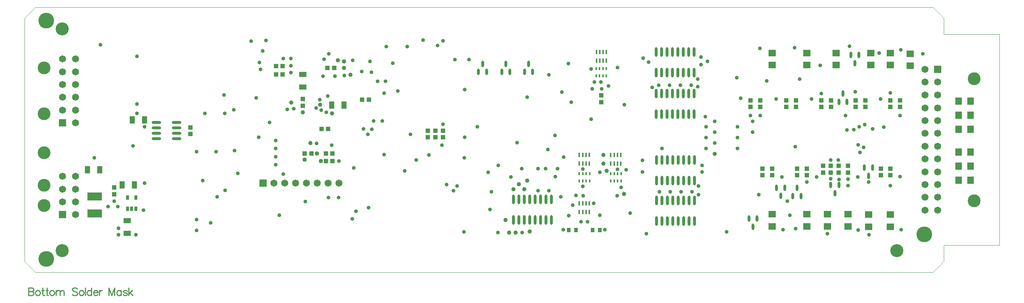
<source format=gbs>
%FSLAX23Y23*%
%MOIN*%
G70*
G01*
G75*
G04 Layer_Color=16711935*
%ADD10O,0.024X0.059*%
%ADD11O,0.018X0.067*%
%ADD12O,0.059X0.024*%
%ADD13R,0.071X0.051*%
%ADD14R,0.039X0.039*%
%ADD15R,0.039X0.035*%
%ADD16R,0.039X0.039*%
%ADD17R,0.080X0.050*%
%ADD18R,0.134X0.085*%
%ADD19R,0.041X0.085*%
%ADD20R,0.041X0.085*%
%ADD21R,0.106X0.071*%
%ADD22R,0.035X0.039*%
%ADD23O,0.024X0.087*%
%ADD24R,0.051X0.071*%
%ADD25R,0.047X0.047*%
%ADD26R,0.075X0.134*%
%ADD27O,0.024X0.087*%
%ADD28C,0.040*%
%ADD29R,0.016X0.049*%
%ADD30R,0.071X0.079*%
%ADD31R,0.079X0.031*%
%ADD32R,0.134X0.063*%
%ADD33R,0.026X0.041*%
%ADD34R,0.134X0.075*%
%ADD35R,0.091X0.091*%
%ADD36O,0.087X0.024*%
%ADD37O,0.087X0.024*%
%ADD38R,0.071X0.094*%
%ADD39R,0.084X0.052*%
%ADD40O,0.011X0.067*%
%ADD41O,0.067X0.011*%
%ADD42R,0.141X0.116*%
%ADD43O,0.012X0.047*%
%ADD44R,0.177X0.059*%
%ADD45C,0.008*%
%ADD46C,0.012*%
%ADD47C,0.010*%
%ADD48C,0.025*%
%ADD49C,0.020*%
%ADD50C,0.015*%
%ADD51C,0.012*%
%ADD52C,0.004*%
%ADD53C,0.004*%
%ADD54C,0.118*%
%ADD55C,0.125*%
%ADD56C,0.035*%
%ADD57C,0.118*%
%ADD58C,0.065*%
%ADD59R,0.065X0.065*%
%ADD60R,0.065X0.065*%
%ADD61C,0.039*%
%ADD62C,0.040*%
%ADD63C,0.158*%
%ADD64C,0.168*%
%ADD65C,0.056*%
%ADD66C,0.079*%
%ADD67C,0.079*%
%ADD68C,0.058*%
%ADD69C,0.060*%
%ADD70R,0.071X0.063*%
%ADD71R,0.063X0.071*%
%ADD72R,0.013X0.028*%
%ADD73R,0.018X0.040*%
%ADD74R,0.028X0.039*%
%ADD75C,0.039*%
%ADD76C,0.039*%
%ADD77C,0.010*%
%ADD78C,0.008*%
%ADD79C,0.024*%
%ADD80C,0.012*%
%ADD81C,0.020*%
%ADD82R,2.010X0.213*%
%ADD83R,0.560X0.250*%
%ADD84R,0.920X0.150*%
%ADD85C,0.008*%
%ADD86C,0.120*%
%ADD87C,0.145*%
D10*
X7585Y768D02*
D03*
X7622Y843D02*
D03*
X7547D02*
D03*
X6482Y373D02*
D03*
X6557D02*
D03*
X6520Y298D02*
D03*
X7237Y683D02*
D03*
X7312D02*
D03*
X7275Y608D02*
D03*
X6963Y582D02*
D03*
X6888D02*
D03*
X6925Y657D02*
D03*
X7388Y1452D02*
D03*
X7313D02*
D03*
X7350Y1527D02*
D03*
X7422Y1883D02*
D03*
X7497D02*
D03*
X7460Y1808D02*
D03*
X6775Y583D02*
D03*
X6812Y658D02*
D03*
X6737D02*
D03*
X4450Y1802D02*
D03*
X4413Y1727D02*
D03*
X4488D02*
D03*
X4240Y1802D02*
D03*
X4203Y1727D02*
D03*
X4278D02*
D03*
X4025Y1802D02*
D03*
X3988Y1727D02*
D03*
X4063D02*
D03*
D13*
X747Y239D02*
D03*
Y353D02*
D03*
X2367Y1589D02*
D03*
Y1703D02*
D03*
D14*
X5119Y1449D02*
D03*
Y1511D02*
D03*
X7465Y1466D02*
D03*
Y1404D02*
D03*
X7165Y799D02*
D03*
Y861D02*
D03*
X7555Y1466D02*
D03*
Y1404D02*
D03*
X7235Y799D02*
D03*
Y861D02*
D03*
X625Y599D02*
D03*
Y661D02*
D03*
X7310Y799D02*
D03*
Y861D02*
D03*
X6915Y1466D02*
D03*
Y1404D02*
D03*
X6585Y1466D02*
D03*
Y1404D02*
D03*
X6605Y774D02*
D03*
Y836D02*
D03*
X7875Y1466D02*
D03*
Y1404D02*
D03*
X7700Y774D02*
D03*
Y836D02*
D03*
X7240Y1466D02*
D03*
Y1404D02*
D03*
X7785Y774D02*
D03*
Y836D02*
D03*
X7785Y1466D02*
D03*
Y1404D02*
D03*
X6697Y774D02*
D03*
Y836D02*
D03*
X6495Y1466D02*
D03*
Y1404D02*
D03*
X6825Y1466D02*
D03*
Y1404D02*
D03*
X7395Y861D02*
D03*
Y799D02*
D03*
X2367Y1414D02*
D03*
Y1477D02*
D03*
X3660Y1124D02*
D03*
Y1186D02*
D03*
X3590Y1124D02*
D03*
Y1186D02*
D03*
X3520Y1186D02*
D03*
Y1124D02*
D03*
X7015Y836D02*
D03*
Y774D02*
D03*
X7150Y1404D02*
D03*
Y1466D02*
D03*
X6925Y836D02*
D03*
Y774D02*
D03*
X1330Y1154D02*
D03*
Y1216D02*
D03*
D16*
X2181Y1780D02*
D03*
X2119D02*
D03*
X2181Y1705D02*
D03*
X2119D02*
D03*
X2579Y975D02*
D03*
X2641D02*
D03*
X2384D02*
D03*
X2446D02*
D03*
X2641Y905D02*
D03*
X2579D02*
D03*
X2594Y1765D02*
D03*
X2656D02*
D03*
X2914Y1470D02*
D03*
X2976D02*
D03*
X2601Y1200D02*
D03*
X2539D02*
D03*
D22*
X5040Y267D02*
D03*
X5107D02*
D03*
X4821Y267D02*
D03*
X4888D02*
D03*
D23*
X5625Y1338D02*
D03*
X5675D02*
D03*
X5725D02*
D03*
X5775D02*
D03*
X5975Y1527D02*
D03*
X5925D02*
D03*
X5875D02*
D03*
X5825D02*
D03*
X5775D02*
D03*
X5725D02*
D03*
X5675D02*
D03*
X5625D02*
D03*
X5625Y1910D02*
D03*
X5675D02*
D03*
X5725D02*
D03*
X5775D02*
D03*
X5825D02*
D03*
X5875D02*
D03*
X5925D02*
D03*
X5975D02*
D03*
Y1721D02*
D03*
X5925D02*
D03*
X5875D02*
D03*
X5825D02*
D03*
X5775D02*
D03*
X5725D02*
D03*
X5675D02*
D03*
X5625D02*
D03*
X5975Y1338D02*
D03*
X5925D02*
D03*
X5875D02*
D03*
X5825D02*
D03*
X5630Y351D02*
D03*
X5680D02*
D03*
X5730D02*
D03*
X5780D02*
D03*
X5980Y540D02*
D03*
X5930D02*
D03*
X5880D02*
D03*
X5830D02*
D03*
X5780D02*
D03*
X5730D02*
D03*
X5680D02*
D03*
X5630D02*
D03*
Y915D02*
D03*
X5680D02*
D03*
X5730D02*
D03*
X5780D02*
D03*
X5830D02*
D03*
X5880D02*
D03*
X5930D02*
D03*
X5980D02*
D03*
Y726D02*
D03*
X5930D02*
D03*
X5880D02*
D03*
X5830D02*
D03*
X5780D02*
D03*
X5730D02*
D03*
X5680D02*
D03*
X5630D02*
D03*
X5980Y351D02*
D03*
X5930D02*
D03*
X5880D02*
D03*
X5830D02*
D03*
X4510Y361D02*
D03*
X4560D02*
D03*
X4610D02*
D03*
X4660D02*
D03*
X4310Y550D02*
D03*
X4360D02*
D03*
X4410D02*
D03*
X4460D02*
D03*
X4510D02*
D03*
X4560D02*
D03*
X4610D02*
D03*
X4660D02*
D03*
X4460Y361D02*
D03*
X4410D02*
D03*
X4360D02*
D03*
X4310D02*
D03*
D24*
X793Y1285D02*
D03*
X907D02*
D03*
X380Y826D02*
D03*
X494D02*
D03*
X2747Y1420D02*
D03*
X2633D02*
D03*
X814Y686D02*
D03*
X700D02*
D03*
D28*
X2745Y1826D02*
D03*
X2533Y905D02*
D03*
X2496Y976D02*
D03*
X2383Y919D02*
D03*
D34*
X445Y421D02*
D03*
Y579D02*
D03*
D36*
X1204Y1110D02*
D03*
Y1160D02*
D03*
Y1210D02*
D03*
Y1260D02*
D03*
X1015D02*
D03*
Y1210D02*
D03*
Y1160D02*
D03*
Y1110D02*
D03*
D47*
X-163Y-264D02*
Y-334D01*
Y-264D02*
X-133D01*
X-123Y-268D01*
X-120Y-271D01*
X-116Y-278D01*
Y-284D01*
X-120Y-291D01*
X-123Y-294D01*
X-133Y-298D01*
X-163D02*
X-133D01*
X-123Y-301D01*
X-120Y-304D01*
X-116Y-311D01*
Y-321D01*
X-120Y-328D01*
X-123Y-331D01*
X-133Y-334D01*
X-163D01*
X-84Y-288D02*
X-91Y-291D01*
X-97Y-298D01*
X-101Y-308D01*
Y-314D01*
X-97Y-324D01*
X-91Y-331D01*
X-84Y-334D01*
X-74D01*
X-67Y-331D01*
X-61Y-324D01*
X-57Y-314D01*
Y-308D01*
X-61Y-298D01*
X-67Y-291D01*
X-74Y-288D01*
X-84D01*
X-32Y-264D02*
Y-321D01*
X-29Y-331D01*
X-22Y-334D01*
X-15D01*
X-42Y-288D02*
X-19D01*
X5Y-264D02*
Y-321D01*
X8Y-331D01*
X15Y-334D01*
X21D01*
X-5Y-288D02*
X18D01*
X48D02*
X41Y-291D01*
X35Y-298D01*
X31Y-308D01*
Y-314D01*
X35Y-324D01*
X41Y-331D01*
X48Y-334D01*
X58D01*
X65Y-331D01*
X71Y-324D01*
X75Y-314D01*
Y-308D01*
X71Y-298D01*
X65Y-291D01*
X58Y-288D01*
X48D01*
X90D02*
Y-334D01*
Y-301D02*
X100Y-291D01*
X107Y-288D01*
X117D01*
X123Y-291D01*
X127Y-301D01*
Y-334D01*
Y-301D02*
X137Y-291D01*
X143Y-288D01*
X153D01*
X160Y-291D01*
X163Y-301D01*
Y-334D01*
X287Y-274D02*
X280Y-268D01*
X270Y-264D01*
X257D01*
X247Y-268D01*
X240Y-274D01*
Y-281D01*
X244Y-288D01*
X247Y-291D01*
X254Y-294D01*
X274Y-301D01*
X280Y-304D01*
X284Y-308D01*
X287Y-314D01*
Y-324D01*
X280Y-331D01*
X270Y-334D01*
X257D01*
X247Y-331D01*
X240Y-324D01*
X319Y-288D02*
X313Y-291D01*
X306Y-298D01*
X303Y-308D01*
Y-314D01*
X306Y-324D01*
X313Y-331D01*
X319Y-334D01*
X329D01*
X336Y-331D01*
X343Y-324D01*
X346Y-314D01*
Y-308D01*
X343Y-298D01*
X336Y-291D01*
X329Y-288D01*
X319D01*
X361Y-264D02*
Y-334D01*
X416Y-264D02*
Y-334D01*
Y-298D02*
X409Y-291D01*
X403Y-288D01*
X393D01*
X386Y-291D01*
X379Y-298D01*
X376Y-308D01*
Y-314D01*
X379Y-324D01*
X386Y-331D01*
X393Y-334D01*
X403D01*
X409Y-331D01*
X416Y-324D01*
X435Y-308D02*
X475D01*
Y-301D01*
X471Y-294D01*
X468Y-291D01*
X461Y-288D01*
X451D01*
X445Y-291D01*
X438Y-298D01*
X435Y-308D01*
Y-314D01*
X438Y-324D01*
X445Y-331D01*
X451Y-334D01*
X461D01*
X468Y-331D01*
X475Y-324D01*
X490Y-288D02*
Y-334D01*
Y-308D02*
X493Y-298D01*
X500Y-291D01*
X506Y-288D01*
X516D01*
X578Y-264D02*
Y-334D01*
Y-264D02*
X604Y-334D01*
X631Y-264D02*
X604Y-334D01*
X631Y-264D02*
Y-334D01*
X691Y-288D02*
Y-334D01*
Y-298D02*
X684Y-291D01*
X677Y-288D01*
X667D01*
X661Y-291D01*
X654Y-298D01*
X651Y-308D01*
Y-314D01*
X654Y-324D01*
X661Y-331D01*
X667Y-334D01*
X677D01*
X684Y-331D01*
X691Y-324D01*
X746Y-298D02*
X743Y-291D01*
X733Y-288D01*
X723D01*
X713Y-291D01*
X709Y-298D01*
X713Y-304D01*
X719Y-308D01*
X736Y-311D01*
X743Y-314D01*
X746Y-321D01*
Y-324D01*
X743Y-331D01*
X733Y-334D01*
X723D01*
X713Y-331D01*
X709Y-324D01*
X761Y-264D02*
Y-334D01*
X794Y-288D02*
X761Y-321D01*
X774Y-308D02*
X797Y-334D01*
D52*
X-200Y2224D02*
X-100Y2324D01*
X-200Y-21D02*
X-100Y-121D01*
X8180D02*
X8280Y-21D01*
X8180Y2324D02*
X8280Y2224D01*
X8280D01*
Y2074D02*
Y2224D01*
Y-21D02*
Y129D01*
X-100Y-121D02*
X8180D01*
X-100Y2324D02*
X8180D01*
X-200Y-21D02*
Y2224D01*
D53*
X8280Y2074D02*
X8792D01*
X8280Y129D02*
X8792D01*
Y2074D01*
D54*
X-19Y981D02*
D03*
X-19Y1341D02*
D03*
X-19Y495D02*
D03*
Y680D02*
D03*
D56*
X570Y485D02*
D03*
X660D02*
D03*
X1995Y1920D02*
D03*
X3530Y960D02*
D03*
X3650Y1050D02*
D03*
X3790Y675D02*
D03*
X3100Y1275D02*
D03*
X3020D02*
D03*
X2925Y1200D02*
D03*
X2835Y840D02*
D03*
X2115Y1095D02*
D03*
Y1020D02*
D03*
X3055Y1640D02*
D03*
X3130D02*
D03*
X2910Y1730D02*
D03*
X2115Y945D02*
D03*
X3000Y1725D02*
D03*
X2115Y870D02*
D03*
X3860Y1565D02*
D03*
X4165Y245D02*
D03*
X4695Y760D02*
D03*
X5302Y662D02*
D03*
X7139Y1789D02*
D03*
X6838Y535D02*
D03*
X7728Y1217D02*
D03*
X7623Y1201D02*
D03*
X6910Y1039D02*
D03*
X7450Y1195D02*
D03*
X7490Y1055D02*
D03*
X7550Y1240D02*
D03*
X7540Y1030D02*
D03*
X7500Y1220D02*
D03*
X7385Y1190D02*
D03*
X7585Y710D02*
D03*
X7877Y1325D02*
D03*
X8085Y1894D02*
D03*
X7306Y916D02*
D03*
X7397Y678D02*
D03*
X7235Y913D02*
D03*
X7312Y734D02*
D03*
X6585Y1326D02*
D03*
X6495D02*
D03*
X6040Y1865D02*
D03*
X5505Y1855D02*
D03*
X6100Y1825D02*
D03*
X6040Y1795D02*
D03*
X6050Y865D02*
D03*
Y805D02*
D03*
X5500Y910D02*
D03*
Y805D02*
D03*
X4635Y1700D02*
D03*
X800Y1045D02*
D03*
X905Y700D02*
D03*
X4385Y835D02*
D03*
X4105Y620D02*
D03*
X835Y1870D02*
D03*
X4170Y865D02*
D03*
X4745Y575D02*
D03*
X5680Y1020D02*
D03*
X5535Y235D02*
D03*
X1735Y1000D02*
D03*
X3610Y1970D02*
D03*
X4815Y1805D02*
D03*
X5105Y800D02*
D03*
X5350Y825D02*
D03*
X2825Y1833D02*
D03*
X4843Y1448D02*
D03*
X4389Y245D02*
D03*
X2856Y441D02*
D03*
X5334Y1425D02*
D03*
X3244Y1550D02*
D03*
X5386Y426D02*
D03*
X4436Y1495D02*
D03*
X5036Y1570D02*
D03*
X5269Y1767D02*
D03*
X4758Y1541D02*
D03*
X2027Y2018D02*
D03*
X6010Y1590D02*
D03*
X6015Y595D02*
D03*
Y673D02*
D03*
X1730Y1378D02*
D03*
X3135Y1960D02*
D03*
X4635Y630D02*
D03*
X4535D02*
D03*
X3694Y689D02*
D03*
X3660Y1244D02*
D03*
X5122Y1571D02*
D03*
X4094Y458D02*
D03*
X1975Y1750D02*
D03*
X1385Y365D02*
D03*
X1387Y991D02*
D03*
X1462Y1346D02*
D03*
X5955Y620D02*
D03*
X5855D02*
D03*
X5755D02*
D03*
X5655D02*
D03*
X905Y1220D02*
D03*
X3330Y1960D02*
D03*
X7373Y1326D02*
D03*
X500Y1979D02*
D03*
X6079Y1313D02*
D03*
X7150Y1529D02*
D03*
X7787Y1533D02*
D03*
X6951Y1660D02*
D03*
X6087Y1221D02*
D03*
X6167Y1272D02*
D03*
X4077Y801D02*
D03*
X7016Y710D02*
D03*
X6572Y596D02*
D03*
X6648Y1646D02*
D03*
X4692Y1140D02*
D03*
X4772Y941D02*
D03*
X7059Y1478D02*
D03*
X7787Y679D02*
D03*
X4342Y1076D02*
D03*
X3860Y1123D02*
D03*
X3977Y1221D02*
D03*
X3195Y1808D02*
D03*
X2987Y1826D02*
D03*
X3857Y936D02*
D03*
X3307Y816D02*
D03*
X5555Y1817D02*
D03*
X6010Y1660D02*
D03*
X6087Y1021D02*
D03*
X6167Y1071D02*
D03*
X6087Y1121D02*
D03*
X6167Y1172D02*
D03*
X665Y285D02*
D03*
X835Y1345D02*
D03*
X442Y936D02*
D03*
X3660Y2015D02*
D03*
X3475Y2020D02*
D03*
X1938Y1488D02*
D03*
X1443Y726D02*
D03*
X1566Y990D02*
D03*
X1575Y575D02*
D03*
X1387Y265D02*
D03*
X1645Y1345D02*
D03*
X6795Y270D02*
D03*
X6912Y281D02*
D03*
X7205Y236D02*
D03*
X7490Y269D02*
D03*
X7887Y271D02*
D03*
X7410Y1965D02*
D03*
X7882Y1931D02*
D03*
X6902Y1951D02*
D03*
X6582Y1946D02*
D03*
X6405Y1485D02*
D03*
X6734Y1478D02*
D03*
X7697D02*
D03*
X7877Y760D02*
D03*
X7487Y759D02*
D03*
X7108D02*
D03*
X6787D02*
D03*
X4627Y1011D02*
D03*
X3757Y631D02*
D03*
X3852Y251D02*
D03*
X2972Y476D02*
D03*
X3770Y1840D02*
D03*
X6517Y1171D02*
D03*
X6377Y1221D02*
D03*
Y1121D02*
D03*
Y1021D02*
D03*
X6517Y1271D02*
D03*
X7682Y1902D02*
D03*
X2255Y1852D02*
D03*
X2257Y1721D02*
D03*
Y1786D02*
D03*
X2632Y1051D02*
D03*
X665Y225D02*
D03*
X625Y535D02*
D03*
X4717Y836D02*
D03*
X2606Y1893D02*
D03*
X2562Y1846D02*
D03*
X2553Y1688D02*
D03*
X1965Y1815D02*
D03*
X3115Y1530D02*
D03*
X1640Y1515D02*
D03*
X2060Y1260D02*
D03*
X1890Y2010D02*
D03*
X1767Y791D02*
D03*
X835Y1430D02*
D03*
X2965Y1152D02*
D03*
X3361Y1151D02*
D03*
X3116Y965D02*
D03*
X3004Y1199D02*
D03*
X4536Y836D02*
D03*
X4607Y836D02*
D03*
X3900Y1841D02*
D03*
X825Y225D02*
D03*
X7464Y1546D02*
D03*
X1517Y336D02*
D03*
X5750Y1605D02*
D03*
X5650D02*
D03*
X5850D02*
D03*
X5950D02*
D03*
X4934Y346D02*
D03*
X4993Y344D02*
D03*
X5106Y404D02*
D03*
X4819Y402D02*
D03*
X4770Y270D02*
D03*
X5152D02*
D03*
X5028Y1291D02*
D03*
X5590Y1585D02*
D03*
X2222Y1380D02*
D03*
X2185Y1852D02*
D03*
X2522Y1472D02*
D03*
X2595Y1505D02*
D03*
X2185Y784D02*
D03*
X6370Y1676D02*
D03*
X7237Y742D02*
D03*
X7396Y737D02*
D03*
X897Y451D02*
D03*
X4288Y758D02*
D03*
X5268Y586D02*
D03*
X5271Y828D02*
D03*
X4885Y588D02*
D03*
X4953Y585D02*
D03*
X4950Y672D02*
D03*
X4949Y831D02*
D03*
X5025Y1755D02*
D03*
X5185Y1598D02*
D03*
X5118Y1633D02*
D03*
X5055D02*
D03*
X5050Y514D02*
D03*
X4856Y498D02*
D03*
X2823Y370D02*
D03*
X2604Y568D02*
D03*
X2150Y406D02*
D03*
X1650Y635D02*
D03*
X2696Y568D02*
D03*
X2390Y531D02*
D03*
X7589Y225D02*
D03*
X6275Y250D02*
D03*
X6861Y405D02*
D03*
X7506Y986D02*
D03*
X3412Y916D02*
D03*
X2749Y1695D02*
D03*
X2663Y1687D02*
D03*
X2700Y906D02*
D03*
X1959Y1126D02*
D03*
X2493Y1069D02*
D03*
X2284Y1387D02*
D03*
X2490Y1394D02*
D03*
X2535Y1376D02*
D03*
X2584Y1356D02*
D03*
D57*
X8560Y537D02*
D03*
Y1666D02*
D03*
X-19Y1763D02*
D03*
D58*
X8106Y452D02*
D03*
Y570D02*
D03*
Y688D02*
D03*
Y806D02*
D03*
Y924D02*
D03*
Y1042D02*
D03*
Y1160D02*
D03*
Y1278D02*
D03*
Y1396D02*
D03*
Y1515D02*
D03*
Y1633D02*
D03*
Y1751D02*
D03*
X8224Y452D02*
D03*
Y570D02*
D03*
Y688D02*
D03*
Y806D02*
D03*
Y924D02*
D03*
Y1042D02*
D03*
Y1160D02*
D03*
Y1278D02*
D03*
Y1396D02*
D03*
Y1515D02*
D03*
Y1633D02*
D03*
X151Y1375D02*
D03*
Y1493D02*
D03*
Y1611D02*
D03*
Y1729D02*
D03*
Y1847D02*
D03*
X269Y1257D02*
D03*
X269Y1373D02*
D03*
X269Y1847D02*
D03*
X269Y1729D02*
D03*
Y1611D02*
D03*
Y1493D02*
D03*
X151Y646D02*
D03*
Y765D02*
D03*
X151Y528D02*
D03*
X269Y528D02*
D03*
Y646D02*
D03*
Y765D02*
D03*
X269Y410D02*
D03*
X2100Y700D02*
D03*
X2200D02*
D03*
X2300D02*
D03*
X2400D02*
D03*
X2500D02*
D03*
X2600D02*
D03*
X2700D02*
D03*
D59*
X8224Y1751D02*
D03*
X151Y1257D02*
D03*
X151Y410D02*
D03*
D60*
X2000Y700D02*
D03*
D61*
X6165Y970D02*
D03*
D70*
X7585Y298D02*
D03*
Y410D02*
D03*
X7785Y298D02*
D03*
Y410D02*
D03*
X7396Y301D02*
D03*
Y413D02*
D03*
X7207Y301D02*
D03*
Y413D02*
D03*
X7015Y301D02*
D03*
Y413D02*
D03*
X6697Y1790D02*
D03*
Y1902D02*
D03*
X7017Y1790D02*
D03*
Y1902D02*
D03*
X7285Y1790D02*
D03*
Y1902D02*
D03*
X7787Y1790D02*
D03*
Y1902D02*
D03*
X7607Y1790D02*
D03*
Y1902D02*
D03*
X6697Y413D02*
D03*
Y301D02*
D03*
X7971Y1783D02*
D03*
Y1895D02*
D03*
D71*
X8527Y1459D02*
D03*
X8415D02*
D03*
X8527Y729D02*
D03*
X8415D02*
D03*
Y859D02*
D03*
X8527D02*
D03*
Y989D02*
D03*
X8415D02*
D03*
Y1199D02*
D03*
X8527D02*
D03*
Y1329D02*
D03*
X8415D02*
D03*
D72*
X4918Y788D02*
D03*
X4949D02*
D03*
X4981D02*
D03*
X5012D02*
D03*
Y722D02*
D03*
X4981D02*
D03*
X4949D02*
D03*
X4918D02*
D03*
X5239Y788D02*
D03*
X5271D02*
D03*
X5302D02*
D03*
Y722D02*
D03*
X5271D02*
D03*
X5239D02*
D03*
X5208Y788D02*
D03*
Y722D02*
D03*
X5073Y1692D02*
D03*
X5104D02*
D03*
X5136D02*
D03*
X5167D02*
D03*
Y1758D02*
D03*
X5136D02*
D03*
X5104D02*
D03*
X5073D02*
D03*
D73*
X5011Y960D02*
D03*
X4981D02*
D03*
X4950D02*
D03*
X4918D02*
D03*
Y880D02*
D03*
X4950D02*
D03*
X4981D02*
D03*
X5011D02*
D03*
X5301Y960D02*
D03*
X5271D02*
D03*
X5240D02*
D03*
Y880D02*
D03*
X5271D02*
D03*
X5301D02*
D03*
X4918Y435D02*
D03*
X4950D02*
D03*
X4981D02*
D03*
X5011D02*
D03*
Y515D02*
D03*
X4981D02*
D03*
X4950D02*
D03*
X4918D02*
D03*
X5208Y960D02*
D03*
Y880D02*
D03*
X5168Y1830D02*
D03*
X5137D02*
D03*
X5106D02*
D03*
X5075D02*
D03*
Y1910D02*
D03*
X5106D02*
D03*
X5137D02*
D03*
X5168D02*
D03*
D74*
X825Y567D02*
D03*
X787Y465D02*
D03*
X749Y567D02*
D03*
X825Y465D02*
D03*
X749D02*
D03*
D75*
X4360Y690D02*
D03*
X4310Y645D02*
D03*
X4235Y360D02*
D03*
X4330Y245D02*
D03*
X4270D02*
D03*
X4460Y255D02*
D03*
X4410Y645D02*
D03*
X4435Y725D02*
D03*
X5170Y815D02*
D03*
X5330Y600D02*
D03*
X5140Y960D02*
D03*
Y880D02*
D03*
X2805Y1700D02*
D03*
X2690Y1835D02*
D03*
X2745Y1765D02*
D03*
D76*
X2435Y1070D02*
D03*
X2365Y1355D02*
D03*
X2260Y1445D02*
D03*
X2525Y1425D02*
D03*
X2635Y1345D02*
D03*
D86*
X7847Y79D02*
D03*
X147D02*
D03*
Y2126D02*
D03*
D87*
X8100Y229D02*
D03*
X0Y2202D02*
D03*
Y0D02*
D03*
M02*

</source>
